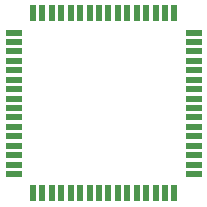
<source format=gbr>
G04 EAGLE Gerber X2 export*
%TF.Part,Single*%
%TF.FileFunction,Paste,Top*%
%TF.FilePolarity,Positive*%
%TF.GenerationSoftware,Autodesk,EAGLE,8.6.0*%
%TF.CreationDate,2018-03-06T10:54:34Z*%
G75*
%MOMM*%
%FSLAX34Y34*%
%LPD*%
%AMOC8*
5,1,8,0,0,1.08239X$1,22.5*%
G01*
%ADD10R,1.473200X0.508000*%
%ADD11R,0.508000X1.473200*%


D10*
X38100Y225044D03*
X38100Y217170D03*
X38100Y209042D03*
X38100Y201168D03*
X38100Y193040D03*
X38100Y185166D03*
X38100Y177038D03*
X38100Y169164D03*
X38100Y161036D03*
X38100Y153162D03*
X38100Y145034D03*
X38100Y137160D03*
X38100Y129032D03*
X38100Y121158D03*
X38100Y113030D03*
X38100Y105156D03*
D11*
X54356Y88900D03*
X62230Y88900D03*
X70358Y88900D03*
X78232Y88900D03*
X86360Y88900D03*
X94234Y88900D03*
X102362Y88900D03*
X110236Y88900D03*
X118364Y88900D03*
X126238Y88900D03*
X134366Y88900D03*
X142240Y88900D03*
X150368Y88900D03*
X158242Y88900D03*
X166370Y88900D03*
X174244Y88900D03*
D10*
X190500Y105156D03*
X190500Y113030D03*
X190500Y121158D03*
X190500Y129032D03*
X190500Y137160D03*
X190500Y145034D03*
X190500Y153162D03*
X190500Y161036D03*
X190500Y169164D03*
X190500Y177038D03*
X190500Y185166D03*
X190500Y193040D03*
X190500Y201168D03*
X190500Y209042D03*
X190500Y217170D03*
X190500Y225044D03*
D11*
X174244Y241300D03*
X166370Y241300D03*
X158242Y241300D03*
X150368Y241300D03*
X142240Y241300D03*
X134366Y241300D03*
X126238Y241300D03*
X118364Y241300D03*
X110236Y241300D03*
X102362Y241300D03*
X94234Y241300D03*
X86360Y241300D03*
X78232Y241300D03*
X70358Y241300D03*
X62230Y241300D03*
X54356Y241300D03*
M02*

</source>
